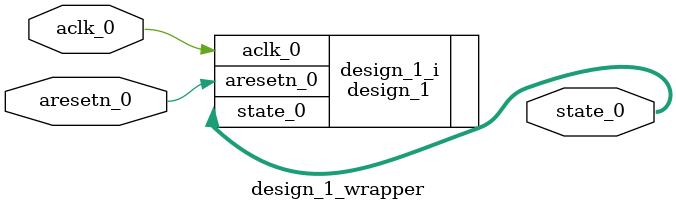
<source format=v>
`timescale 1 ps / 1 ps

module design_1_wrapper
   (aclk_0,
    aresetn_0,
    state_0);
  input aclk_0;
  input aresetn_0;
  output [1:0]state_0;

  wire aclk_0;
  wire aresetn_0;
  wire [1:0]state_0;

  design_1 design_1_i
       (.aclk_0(aclk_0),
        .aresetn_0(aresetn_0),
        .state_0(state_0));
endmodule

</source>
